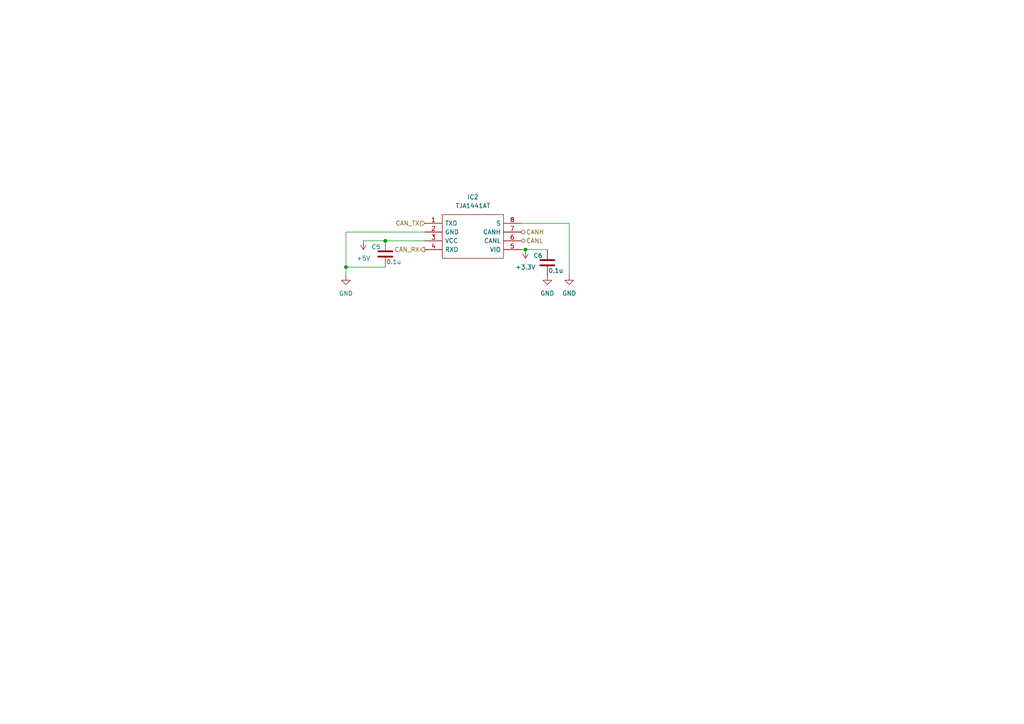
<source format=kicad_sch>
(kicad_sch (version 20250114) (generator "eeschema") (generator_version "9.0")
  (paper "A4")
  (lib_symbols
    (symbol "Device:C" (pin_numbers (hide yes)) (pin_names (offset 0.254))
      (property "Reference" "C" (at 0.635 2.54 0))
      (property "Value" "C" (at 0.635 -2.54 0))
      (symbol "C_0_1"
        (polyline (pts (xy -2.032 0.762) (xy 2.032 0.762)) (stroke (width 0.508)))
        (polyline (pts (xy -2.032 -0.762) (xy 2.032 -0.762)) (stroke (width 0.508)))
      )
      (symbol "C_1_1"
        (pin passive line (at 0 3.81 270) (length 2.794) (name "~") (number "1"))
        (pin passive line (at 0 -3.81 90) (length 2.794) (name "~") (number "2"))
      )
    )
    (symbol "TJA1441AT:TJA1441AT" (pin_names (offset 0.762))
      (property "Reference" "IC" (at 24.13 7.62 0))
      (property "Value" "TJA1441AT" (at 24.13 5.08 0))
      (symbol "TJA1441AT_0_0"
        (pin passive line (at 0 0 0) (length 5.08) (name "TXD") (number "1"))
        (pin passive line (at 0 -2.54 0) (length 5.08) (name "GND") (number "2"))
        (pin passive line (at 0 -5.08 0) (length 5.08) (name "VCC") (number "3"))
        (pin passive line (at 0 -7.62 0) (length 5.08) (name "RXD") (number "4"))
        (pin passive line (at 27.94 0 180) (length 5.08) (name "S") (number "8"))
        (pin passive line (at 27.94 -2.54 180) (length 5.08) (name "CANH") (number "7"))
        (pin passive line (at 27.94 -5.08 180) (length 5.08) (name "CANL") (number "6"))
        (pin passive line (at 27.94 -7.62 180) (length 5.08) (name "VIO") (number "5"))
      )
      (symbol "TJA1441AT_0_1"
        (polyline (pts (xy 5.08 2.54) (xy 22.86 2.54) (xy 22.86 -10.16) (xy 5.08 -10.16) (xy 5.08 2.54)) (stroke (width 0.1524)))
      )
    )
    (symbol "power:+3.3V" (power) (pin_numbers (hide yes)) (pin_names (offset 0) (hide yes))
      (property "Value" "+3.3V" (at 0 3.556 0))
      (symbol "+3.3V_0_1"
        (polyline (pts (xy -0.762 1.27) (xy 0 2.54)))
        (polyline (pts (xy 0 2.54) (xy 0.762 1.27)))
        (polyline (pts (xy 0 0) (xy 0 2.54)))
      )
      (symbol "+3.3V_1_1"
        (pin power_in line (at 0 0 90) (length 0) (name "~") (number "1"))
      )
    )
    (symbol "power:+5V" (power) (pin_numbers (hide yes)) (pin_names (offset 0) (hide yes))
      (property "Value" "+5V" (at 0 3.556 0))
      (symbol "+5V_0_1"
        (polyline (pts (xy -0.762 1.27) (xy 0 2.54)))
        (polyline (pts (xy 0 2.54) (xy 0.762 1.27)))
        (polyline (pts (xy 0 0) (xy 0 2.54)))
      )
      (symbol "+5V_1_1"
        (pin power_in line (at 0 0 90) (length 0) (name "~") (number "1"))
      )
    )
    (symbol "power:GND" (power) (pin_numbers (hide yes)) (pin_names (offset 0) (hide yes))
      (property "Value" "GND" (at 0 -3.81 0))
      (symbol "GND_0_1"
        (polyline (pts (xy 0 0) (xy 0 -1.27) (xy 1.27 -1.27) (xy 0 -2.54) (xy -1.27 -1.27) (xy 0 -1.27)))
      )
      (symbol "GND_1_1"
        (pin power_in line (at 0 0 270) (length 0) (name "~") (number "1"))
      )
    )
  )
  (junction (at 152.4 72.39))
  (junction (at 111.76 69.85))
  (junction (at 100.33 77.47))
  (wire (pts (xy 151.13 64.77) (xy 165.1 64.77)))
  (wire (pts (xy 111.76 69.85) (xy 123.19 69.85)))
  (wire (pts (xy 105.41 69.85) (xy 111.76 69.85)))
  (wire (pts (xy 123.19 67.31) (xy 100.33 67.31)))
  (wire (pts (xy 152.4 72.39) (xy 151.13 72.39)))
  (wire (pts (xy 100.33 80.01) (xy 100.33 77.47)))
  (wire (pts (xy 100.33 77.47) (xy 111.76 77.47)))
  (wire (pts (xy 152.4 72.39) (xy 158.75 72.39)))
  (wire (pts (xy 165.1 64.77) (xy 165.1 80.01)))
  (wire (pts (xy 100.33 67.31) (xy 100.33 77.47)))
  (hierarchical_label "CANH" (shape bidirectional) (at 151.13 67.31 0))
  (hierarchical_label "CAN_RX" (shape output) (at 123.19 72.39 180))
  (hierarchical_label "CANL" (shape bidirectional) (at 151.13 69.85 0))
  (hierarchical_label "CAN_TX" (shape input) (at 123.19 64.77 180))
  (symbol (lib_id "Device:C") (at 111.76 73.66 0) (unit 1)
    (property "Reference" "C3" (at 107.696 71.628 0) (effects (justify left)))
    (property "Value" "0.1u" (at 112.014 75.946 0) (effects (justify left)))
    (property "Footprint" "Capacitor_SMD:C_0603_1608Metric" (effects (hide yes)))
    (property "Description" "Unpolarized capacitor" (effects (hide yes)))
    (instances (project "rm_controller_hardware" (path "" (reference "C5") (unit 1)) (path "" (reference "C3") (unit 1))))
  )
  (symbol (lib_id "power:GND") (at 165.1 80.01 0) (unit 1)
    (property "Reference" "#PWR019" (effects (hide yes)))
    (property "Value" "GND" (at 165.1 85.09 0))
    (property "Description" "Power symbol creates a global label with name \"GND\" , ground" (effects (hide yes)))
    (instances (project "rm_controller_hardware" (path "" (reference "#PWR024") (unit 1)) (path "" (reference "#PWR019") (unit 1))))
  )
  (symbol (lib_id "power:+5V") (at 105.41 69.85 180) (unit 1)
    (property "Reference" "#PWR016" (effects (hide yes)))
    (property "Value" "+5V" (at 105.41 74.93 0))
    (property "Description" "Power symbol creates a global label with name \"+5V\"" (effects (hide yes)))
    (instances (project "rm_controller_hardware" (path "" (reference "#PWR021") (unit 1)) (path "" (reference "#PWR016") (unit 1))))
  )
  (symbol (lib_id "Device:C") (at 158.75 76.2 0) (unit 1)
    (property "Reference" "C4" (at 154.686 74.168 0) (effects (justify left)))
    (property "Value" "0.1u" (at 159.004 78.486 0) (effects (justify left)))
    (property "Footprint" "Capacitor_SMD:C_0603_1608Metric" (effects (hide yes)))
    (property "Description" "Unpolarized capacitor" (effects (hide yes)))
    (instances (project "rm_controller_hardware" (path "" (reference "C6") (unit 1)) (path "" (reference "C4") (unit 1))))
  )
  (symbol (lib_id "power:GND") (at 100.33 80.01 0) (unit 1)
    (property "Reference" "#PWR015" (effects (hide yes)))
    (property "Value" "GND" (at 100.33 85.09 0))
    (property "Description" "Power symbol creates a global label with name \"GND\" , ground" (effects (hide yes)))
    (instances (project "rm_controller_hardware" (path "" (reference "#PWR020") (unit 1)) (path "" (reference "#PWR015") (unit 1))))
  )
  (symbol (lib_id "power:GND") (at 158.75 80.01 0) (unit 1)
    (property "Reference" "#PWR018" (effects (hide yes)))
    (property "Value" "GND" (at 158.75 85.09 0))
    (property "Description" "Power symbol creates a global label with name \"GND\" , ground" (effects (hide yes)))
    (instances (project "rm_controller_hardware" (path "" (reference "#PWR023") (unit 1)) (path "" (reference "#PWR018") (unit 1))))
  )
  (symbol (lib_id "power:+3.3V") (at 152.4 72.39 180) (unit 1)
    (property "Reference" "#PWR017" (effects (hide yes)))
    (property "Value" "+3.3V" (at 152.4 77.47 0))
    (property "Description" "Power symbol creates a global label with name \"+3.3V\"" (effects (hide yes)))
    (instances (project "rm_controller_hardware" (path "" (reference "#PWR022") (unit 1)) (path "" (reference "#PWR017") (unit 1))))
  )
  (symbol (lib_id "TJA1441AT:TJA1441AT") (at 123.19 64.77 0) (unit 1)
    (property "Reference" "IC1" (at 137.16 57.15 0))
    (property "Value" "TJA1441AT" (at 137.16 59.69 0))
    (property "Footprint" "TJA1441AT:SOIC127P600X175-8N" (effects (hide yes)))
    (property "Datasheet" "https://www.nxp.com/docs/en/data-sheet/TJA1441.pdf" (effects (hide yes)))
    (property "Description" "ISO 11898-2:2016, SAE J2284-1 to SAE J2284-5 and SAE J1939-14 compliant  Standard CAN and CAN FD data bit rates up to 5 Mbit/s  Low Electromagnetic Emission (EME) and high Electromagnetic Immunity (EMI)  Qualified according to AEC-Q100 Grade 1  Silent mode for node diagnosis and failure containment  TJA1441A only: VIO input for interfacing with 3.3 V to 5 V microcontrollers  TJA1441D only: dedicated input for switching to very low-current Off mode and disengaging from the bus  All variants are avail" (effects (hide yes)))
    (property "Description_1" "ISO 11898-2:2016, SAE J2284-1 to SAE J2284-5 and SAE J1939-14 compliant  Standard CAN and CAN FD data bit rates up to 5 Mbit/s  Low Electromagnetic Emission (EME) and high Electromagnetic Immunity (EMI)  Qualified according to AEC-Q100 Grade 1  Silent mode for node diagnosis and failure containment  TJA1441A only: VIO input for interfacing with 3.3 V to 5 V microcontrollers  TJA1441D only: dedicated input for switching to very low-current Off mode and disengaging from the bus  All variants are avail" (effects (hide yes)))
    (property "Height" "1.75" (effects (hide yes)))
    (property "Manufacturer_Name" "NXP" (effects (hide yes)))
    (property "Manufacturer_Part_Number" "TJA1441AT" (effects (hide yes)))
    (instances (project "rm_controller_hardware" (path "" (reference "IC2") (unit 1)) (path "" (reference "IC1") (unit 1))))
  )
)
</source>
